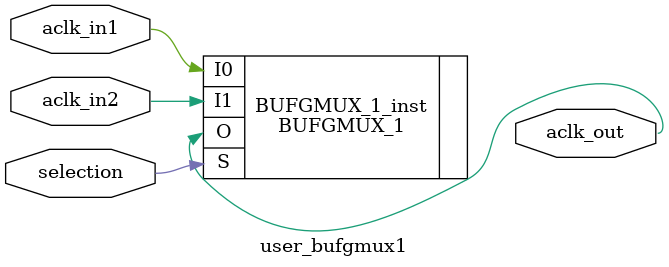
<source format=v>
`timescale 1ps / 1ps


module user_bufgmux1(
        input   aclk_in1,
        input   aclk_in2,
        output  aclk_out,
        input   selection
    );


   // BUFGMUX_1: Global Clock Mux Buffer with Output State 1
   //            Artix-7
   // Xilinx HDL Language Template, version 2024.1

   BUFGMUX_1 #(
   )
   BUFGMUX_1_inst (
      .O    ( aclk_out  ),  // 1-bit output: Clock output
      .I0   ( aclk_in1  ),  // 1-bit input: Clock input (S=0)
      .I1   ( aclk_in2  ),  // 1-bit input: Clock input (S=1)
      .S    ( selection )   // 1-bit input: Clock select
   );

   // End of BUFGMUX_1_inst instantiation


endmodule

</source>
